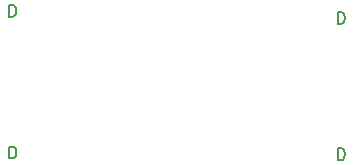
<source format=gto>
%MOIN*%
%OFA0B0*%
%FSLAX46Y46*%
%IPPOS*%
%LPD*%
%ADD10C,0.005905511811023622*%
%ADD21C,0.005905511811023622*%
%ADD22C,0.005905511811023622*%
%ADD23C,0.005905511811023622*%
G01*
D10*
X0000569610Y0003225638D02*
X0000569610Y0003265008D01*
X0000578983Y0003265008D01*
X0000584608Y0003263133D01*
X0000588357Y0003259384D01*
X0000590232Y0003255634D01*
X0000592107Y0003248135D01*
X0000592107Y0003242511D01*
X0000590232Y0003235012D01*
X0000588357Y0003231262D01*
X0000584608Y0003227513D01*
X0000578983Y0003225638D01*
X0000569610Y0003225638D01*
G04 next file*
G04 #@! TF.GenerationSoftware,KiCad,Pcbnew,(5.1.12)-1*
G04 #@! TF.CreationDate,2022-03-29T21:33:58+08:00*
G04 #@! TF.ProjectId,Nozzle,4e6f7a7a-6c65-42e6-9b69-6361645f7063,Gen3.1b*
G04 #@! TF.SameCoordinates,Original*
G04 #@! TF.FileFunction,Legend,Top*
G04 #@! TF.FilePolarity,Positive*
G04 Gerber Fmt 4.6, Leading zero omitted, Abs format (unit mm)*
G04 Created by KiCad (PCBNEW (5.1.12)-1) date 2022-03-29 21:33:58*
G01*
G04 APERTURE LIST*
G04 APERTURE END LIST*
D21*
X0000569610Y0003698079D02*
X0000569610Y0003737449D01*
X0000578983Y0003737449D01*
X0000584608Y0003735574D01*
X0000588357Y0003731825D01*
X0000590232Y0003728075D01*
X0000592107Y0003720576D01*
X0000592107Y0003714952D01*
X0000590232Y0003707453D01*
X0000588357Y0003703703D01*
X0000584608Y0003699954D01*
X0000578983Y0003698079D01*
X0000569610Y0003698079D01*
G04 next file*
G04 #@! TF.GenerationSoftware,KiCad,Pcbnew,(5.1.12)-1*
G04 #@! TF.CreationDate,2022-03-29T21:33:58+08:00*
G04 #@! TF.ProjectId,Nozzle,4e6f7a7a-6c65-42e6-9b69-6361645f7063,Gen3.1b*
G04 #@! TF.SameCoordinates,Original*
G04 #@! TF.FileFunction,Legend,Top*
G04 #@! TF.FilePolarity,Positive*
G04 Gerber Fmt 4.6, Leading zero omitted, Abs format (unit mm)*
G04 Created by KiCad (PCBNEW (5.1.12)-1) date 2022-03-29 21:33:58*
G01*
G04 APERTURE LIST*
G04 APERTURE END LIST*
D22*
X0001665893Y0003219577D02*
X0001665893Y0003258947D01*
X0001675266Y0003258947D01*
X0001680891Y0003257072D01*
X0001684640Y0003253322D01*
X0001686515Y0003249573D01*
X0001688390Y0003242074D01*
X0001688390Y0003236449D01*
X0001686515Y0003228950D01*
X0001684640Y0003225201D01*
X0001680891Y0003221451D01*
X0001675266Y0003219577D01*
X0001665893Y0003219577D01*
G04 next file*
G04 #@! TF.GenerationSoftware,KiCad,Pcbnew,(5.1.12)-1*
G04 #@! TF.CreationDate,2022-03-29T21:33:58+08:00*
G04 #@! TF.ProjectId,Nozzle,4e6f7a7a-6c65-42e6-9b69-6361645f7063,Gen3.1b*
G04 #@! TF.SameCoordinates,Original*
G04 #@! TF.FileFunction,Legend,Top*
G04 #@! TF.FilePolarity,Positive*
G04 Gerber Fmt 4.6, Leading zero omitted, Abs format (unit mm)*
G04 Created by KiCad (PCBNEW (5.1.12)-1) date 2022-03-29 21:33:58*
G01*
G04 APERTURE LIST*
G04 APERTURE END LIST*
D23*
X0001665893Y0003673907D02*
X0001665893Y0003713277D01*
X0001675266Y0003713277D01*
X0001680891Y0003711402D01*
X0001684640Y0003707653D01*
X0001686515Y0003703903D01*
X0001688390Y0003696404D01*
X0001688390Y0003690780D01*
X0001686515Y0003683281D01*
X0001684640Y0003679531D01*
X0001680891Y0003675782D01*
X0001675266Y0003673907D01*
X0001665893Y0003673907D01*
M02*
</source>
